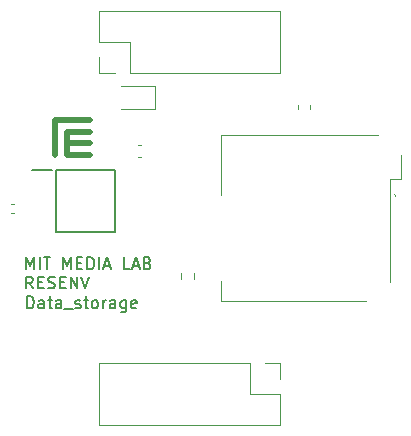
<source format=gbr>
%TF.GenerationSoftware,KiCad,Pcbnew,7.0.5*%
%TF.CreationDate,2023-06-02T12:32:42-04:00*%
%TF.ProjectId,DATA_STORAGE,44415441-5f53-4544-9f52-4147452e6b69,rev?*%
%TF.SameCoordinates,Original*%
%TF.FileFunction,Legend,Top*%
%TF.FilePolarity,Positive*%
%FSLAX46Y46*%
G04 Gerber Fmt 4.6, Leading zero omitted, Abs format (unit mm)*
G04 Created by KiCad (PCBNEW 7.0.5) date 2023-06-02 12:32:42*
%MOMM*%
%LPD*%
G01*
G04 APERTURE LIST*
%ADD10C,0.500000*%
%ADD11C,0.150000*%
%ADD12C,0.120000*%
%ADD13C,0.100000*%
%ADD14C,0.200000*%
G04 APERTURE END LIST*
D10*
X141730000Y-92778621D02*
X139730000Y-92778621D01*
X138730000Y-91778621D02*
X141730000Y-91778621D01*
X139730000Y-93778621D02*
X141730000Y-93778621D01*
X139730000Y-92778621D02*
X139730000Y-94778621D01*
X138730000Y-91778621D02*
X138730000Y-94778621D01*
X139730000Y-94778621D02*
X141730000Y-94778621D01*
D11*
X136386779Y-107738440D02*
X136386779Y-106738440D01*
X136386779Y-106738440D02*
X136624874Y-106738440D01*
X136624874Y-106738440D02*
X136767731Y-106786059D01*
X136767731Y-106786059D02*
X136862969Y-106881297D01*
X136862969Y-106881297D02*
X136910588Y-106976535D01*
X136910588Y-106976535D02*
X136958207Y-107167011D01*
X136958207Y-107167011D02*
X136958207Y-107309868D01*
X136958207Y-107309868D02*
X136910588Y-107500344D01*
X136910588Y-107500344D02*
X136862969Y-107595582D01*
X136862969Y-107595582D02*
X136767731Y-107690821D01*
X136767731Y-107690821D02*
X136624874Y-107738440D01*
X136624874Y-107738440D02*
X136386779Y-107738440D01*
X137815350Y-107738440D02*
X137815350Y-107214630D01*
X137815350Y-107214630D02*
X137767731Y-107119392D01*
X137767731Y-107119392D02*
X137672493Y-107071773D01*
X137672493Y-107071773D02*
X137482017Y-107071773D01*
X137482017Y-107071773D02*
X137386779Y-107119392D01*
X137815350Y-107690821D02*
X137720112Y-107738440D01*
X137720112Y-107738440D02*
X137482017Y-107738440D01*
X137482017Y-107738440D02*
X137386779Y-107690821D01*
X137386779Y-107690821D02*
X137339160Y-107595582D01*
X137339160Y-107595582D02*
X137339160Y-107500344D01*
X137339160Y-107500344D02*
X137386779Y-107405106D01*
X137386779Y-107405106D02*
X137482017Y-107357487D01*
X137482017Y-107357487D02*
X137720112Y-107357487D01*
X137720112Y-107357487D02*
X137815350Y-107309868D01*
X138148684Y-107071773D02*
X138529636Y-107071773D01*
X138291541Y-106738440D02*
X138291541Y-107595582D01*
X138291541Y-107595582D02*
X138339160Y-107690821D01*
X138339160Y-107690821D02*
X138434398Y-107738440D01*
X138434398Y-107738440D02*
X138529636Y-107738440D01*
X139291541Y-107738440D02*
X139291541Y-107214630D01*
X139291541Y-107214630D02*
X139243922Y-107119392D01*
X139243922Y-107119392D02*
X139148684Y-107071773D01*
X139148684Y-107071773D02*
X138958208Y-107071773D01*
X138958208Y-107071773D02*
X138862970Y-107119392D01*
X139291541Y-107690821D02*
X139196303Y-107738440D01*
X139196303Y-107738440D02*
X138958208Y-107738440D01*
X138958208Y-107738440D02*
X138862970Y-107690821D01*
X138862970Y-107690821D02*
X138815351Y-107595582D01*
X138815351Y-107595582D02*
X138815351Y-107500344D01*
X138815351Y-107500344D02*
X138862970Y-107405106D01*
X138862970Y-107405106D02*
X138958208Y-107357487D01*
X138958208Y-107357487D02*
X139196303Y-107357487D01*
X139196303Y-107357487D02*
X139291541Y-107309868D01*
X139529637Y-107833678D02*
X140291541Y-107833678D01*
X140482018Y-107690821D02*
X140577256Y-107738440D01*
X140577256Y-107738440D02*
X140767732Y-107738440D01*
X140767732Y-107738440D02*
X140862970Y-107690821D01*
X140862970Y-107690821D02*
X140910589Y-107595582D01*
X140910589Y-107595582D02*
X140910589Y-107547963D01*
X140910589Y-107547963D02*
X140862970Y-107452725D01*
X140862970Y-107452725D02*
X140767732Y-107405106D01*
X140767732Y-107405106D02*
X140624875Y-107405106D01*
X140624875Y-107405106D02*
X140529637Y-107357487D01*
X140529637Y-107357487D02*
X140482018Y-107262249D01*
X140482018Y-107262249D02*
X140482018Y-107214630D01*
X140482018Y-107214630D02*
X140529637Y-107119392D01*
X140529637Y-107119392D02*
X140624875Y-107071773D01*
X140624875Y-107071773D02*
X140767732Y-107071773D01*
X140767732Y-107071773D02*
X140862970Y-107119392D01*
X141196304Y-107071773D02*
X141577256Y-107071773D01*
X141339161Y-106738440D02*
X141339161Y-107595582D01*
X141339161Y-107595582D02*
X141386780Y-107690821D01*
X141386780Y-107690821D02*
X141482018Y-107738440D01*
X141482018Y-107738440D02*
X141577256Y-107738440D01*
X142053447Y-107738440D02*
X141958209Y-107690821D01*
X141958209Y-107690821D02*
X141910590Y-107643201D01*
X141910590Y-107643201D02*
X141862971Y-107547963D01*
X141862971Y-107547963D02*
X141862971Y-107262249D01*
X141862971Y-107262249D02*
X141910590Y-107167011D01*
X141910590Y-107167011D02*
X141958209Y-107119392D01*
X141958209Y-107119392D02*
X142053447Y-107071773D01*
X142053447Y-107071773D02*
X142196304Y-107071773D01*
X142196304Y-107071773D02*
X142291542Y-107119392D01*
X142291542Y-107119392D02*
X142339161Y-107167011D01*
X142339161Y-107167011D02*
X142386780Y-107262249D01*
X142386780Y-107262249D02*
X142386780Y-107547963D01*
X142386780Y-107547963D02*
X142339161Y-107643201D01*
X142339161Y-107643201D02*
X142291542Y-107690821D01*
X142291542Y-107690821D02*
X142196304Y-107738440D01*
X142196304Y-107738440D02*
X142053447Y-107738440D01*
X142815352Y-107738440D02*
X142815352Y-107071773D01*
X142815352Y-107262249D02*
X142862971Y-107167011D01*
X142862971Y-107167011D02*
X142910590Y-107119392D01*
X142910590Y-107119392D02*
X143005828Y-107071773D01*
X143005828Y-107071773D02*
X143101066Y-107071773D01*
X143862971Y-107738440D02*
X143862971Y-107214630D01*
X143862971Y-107214630D02*
X143815352Y-107119392D01*
X143815352Y-107119392D02*
X143720114Y-107071773D01*
X143720114Y-107071773D02*
X143529638Y-107071773D01*
X143529638Y-107071773D02*
X143434400Y-107119392D01*
X143862971Y-107690821D02*
X143767733Y-107738440D01*
X143767733Y-107738440D02*
X143529638Y-107738440D01*
X143529638Y-107738440D02*
X143434400Y-107690821D01*
X143434400Y-107690821D02*
X143386781Y-107595582D01*
X143386781Y-107595582D02*
X143386781Y-107500344D01*
X143386781Y-107500344D02*
X143434400Y-107405106D01*
X143434400Y-107405106D02*
X143529638Y-107357487D01*
X143529638Y-107357487D02*
X143767733Y-107357487D01*
X143767733Y-107357487D02*
X143862971Y-107309868D01*
X144767733Y-107071773D02*
X144767733Y-107881297D01*
X144767733Y-107881297D02*
X144720114Y-107976535D01*
X144720114Y-107976535D02*
X144672495Y-108024154D01*
X144672495Y-108024154D02*
X144577257Y-108071773D01*
X144577257Y-108071773D02*
X144434400Y-108071773D01*
X144434400Y-108071773D02*
X144339162Y-108024154D01*
X144767733Y-107690821D02*
X144672495Y-107738440D01*
X144672495Y-107738440D02*
X144482019Y-107738440D01*
X144482019Y-107738440D02*
X144386781Y-107690821D01*
X144386781Y-107690821D02*
X144339162Y-107643201D01*
X144339162Y-107643201D02*
X144291543Y-107547963D01*
X144291543Y-107547963D02*
X144291543Y-107262249D01*
X144291543Y-107262249D02*
X144339162Y-107167011D01*
X144339162Y-107167011D02*
X144386781Y-107119392D01*
X144386781Y-107119392D02*
X144482019Y-107071773D01*
X144482019Y-107071773D02*
X144672495Y-107071773D01*
X144672495Y-107071773D02*
X144767733Y-107119392D01*
X145624876Y-107690821D02*
X145529638Y-107738440D01*
X145529638Y-107738440D02*
X145339162Y-107738440D01*
X145339162Y-107738440D02*
X145243924Y-107690821D01*
X145243924Y-107690821D02*
X145196305Y-107595582D01*
X145196305Y-107595582D02*
X145196305Y-107214630D01*
X145196305Y-107214630D02*
X145243924Y-107119392D01*
X145243924Y-107119392D02*
X145339162Y-107071773D01*
X145339162Y-107071773D02*
X145529638Y-107071773D01*
X145529638Y-107071773D02*
X145624876Y-107119392D01*
X145624876Y-107119392D02*
X145672495Y-107214630D01*
X145672495Y-107214630D02*
X145672495Y-107309868D01*
X145672495Y-107309868D02*
X145196305Y-107405106D01*
X136306779Y-104438440D02*
X136306779Y-103438440D01*
X136306779Y-103438440D02*
X136640112Y-104152725D01*
X136640112Y-104152725D02*
X136973445Y-103438440D01*
X136973445Y-103438440D02*
X136973445Y-104438440D01*
X137449636Y-104438440D02*
X137449636Y-103438440D01*
X137782969Y-103438440D02*
X138354397Y-103438440D01*
X138068683Y-104438440D02*
X138068683Y-103438440D01*
X139449636Y-104438440D02*
X139449636Y-103438440D01*
X139449636Y-103438440D02*
X139782969Y-104152725D01*
X139782969Y-104152725D02*
X140116302Y-103438440D01*
X140116302Y-103438440D02*
X140116302Y-104438440D01*
X140592493Y-103914630D02*
X140925826Y-103914630D01*
X141068683Y-104438440D02*
X140592493Y-104438440D01*
X140592493Y-104438440D02*
X140592493Y-103438440D01*
X140592493Y-103438440D02*
X141068683Y-103438440D01*
X141497255Y-104438440D02*
X141497255Y-103438440D01*
X141497255Y-103438440D02*
X141735350Y-103438440D01*
X141735350Y-103438440D02*
X141878207Y-103486059D01*
X141878207Y-103486059D02*
X141973445Y-103581297D01*
X141973445Y-103581297D02*
X142021064Y-103676535D01*
X142021064Y-103676535D02*
X142068683Y-103867011D01*
X142068683Y-103867011D02*
X142068683Y-104009868D01*
X142068683Y-104009868D02*
X142021064Y-104200344D01*
X142021064Y-104200344D02*
X141973445Y-104295582D01*
X141973445Y-104295582D02*
X141878207Y-104390821D01*
X141878207Y-104390821D02*
X141735350Y-104438440D01*
X141735350Y-104438440D02*
X141497255Y-104438440D01*
X142497255Y-104438440D02*
X142497255Y-103438440D01*
X142925826Y-104152725D02*
X143402016Y-104152725D01*
X142830588Y-104438440D02*
X143163921Y-103438440D01*
X143163921Y-103438440D02*
X143497254Y-104438440D01*
X145068683Y-104438440D02*
X144592493Y-104438440D01*
X144592493Y-104438440D02*
X144592493Y-103438440D01*
X145354398Y-104152725D02*
X145830588Y-104152725D01*
X145259160Y-104438440D02*
X145592493Y-103438440D01*
X145592493Y-103438440D02*
X145925826Y-104438440D01*
X146592493Y-103914630D02*
X146735350Y-103962249D01*
X146735350Y-103962249D02*
X146782969Y-104009868D01*
X146782969Y-104009868D02*
X146830588Y-104105106D01*
X146830588Y-104105106D02*
X146830588Y-104247963D01*
X146830588Y-104247963D02*
X146782969Y-104343201D01*
X146782969Y-104343201D02*
X146735350Y-104390821D01*
X146735350Y-104390821D02*
X146640112Y-104438440D01*
X146640112Y-104438440D02*
X146259160Y-104438440D01*
X146259160Y-104438440D02*
X146259160Y-103438440D01*
X146259160Y-103438440D02*
X146592493Y-103438440D01*
X146592493Y-103438440D02*
X146687731Y-103486059D01*
X146687731Y-103486059D02*
X146735350Y-103533678D01*
X146735350Y-103533678D02*
X146782969Y-103628916D01*
X146782969Y-103628916D02*
X146782969Y-103724154D01*
X146782969Y-103724154D02*
X146735350Y-103819392D01*
X146735350Y-103819392D02*
X146687731Y-103867011D01*
X146687731Y-103867011D02*
X146592493Y-103914630D01*
X146592493Y-103914630D02*
X146259160Y-103914630D01*
X136878207Y-106048440D02*
X136544874Y-105572249D01*
X136306779Y-106048440D02*
X136306779Y-105048440D01*
X136306779Y-105048440D02*
X136687731Y-105048440D01*
X136687731Y-105048440D02*
X136782969Y-105096059D01*
X136782969Y-105096059D02*
X136830588Y-105143678D01*
X136830588Y-105143678D02*
X136878207Y-105238916D01*
X136878207Y-105238916D02*
X136878207Y-105381773D01*
X136878207Y-105381773D02*
X136830588Y-105477011D01*
X136830588Y-105477011D02*
X136782969Y-105524630D01*
X136782969Y-105524630D02*
X136687731Y-105572249D01*
X136687731Y-105572249D02*
X136306779Y-105572249D01*
X137306779Y-105524630D02*
X137640112Y-105524630D01*
X137782969Y-106048440D02*
X137306779Y-106048440D01*
X137306779Y-106048440D02*
X137306779Y-105048440D01*
X137306779Y-105048440D02*
X137782969Y-105048440D01*
X138163922Y-106000821D02*
X138306779Y-106048440D01*
X138306779Y-106048440D02*
X138544874Y-106048440D01*
X138544874Y-106048440D02*
X138640112Y-106000821D01*
X138640112Y-106000821D02*
X138687731Y-105953201D01*
X138687731Y-105953201D02*
X138735350Y-105857963D01*
X138735350Y-105857963D02*
X138735350Y-105762725D01*
X138735350Y-105762725D02*
X138687731Y-105667487D01*
X138687731Y-105667487D02*
X138640112Y-105619868D01*
X138640112Y-105619868D02*
X138544874Y-105572249D01*
X138544874Y-105572249D02*
X138354398Y-105524630D01*
X138354398Y-105524630D02*
X138259160Y-105477011D01*
X138259160Y-105477011D02*
X138211541Y-105429392D01*
X138211541Y-105429392D02*
X138163922Y-105334154D01*
X138163922Y-105334154D02*
X138163922Y-105238916D01*
X138163922Y-105238916D02*
X138211541Y-105143678D01*
X138211541Y-105143678D02*
X138259160Y-105096059D01*
X138259160Y-105096059D02*
X138354398Y-105048440D01*
X138354398Y-105048440D02*
X138592493Y-105048440D01*
X138592493Y-105048440D02*
X138735350Y-105096059D01*
X139163922Y-105524630D02*
X139497255Y-105524630D01*
X139640112Y-106048440D02*
X139163922Y-106048440D01*
X139163922Y-106048440D02*
X139163922Y-105048440D01*
X139163922Y-105048440D02*
X139640112Y-105048440D01*
X140068684Y-106048440D02*
X140068684Y-105048440D01*
X140068684Y-105048440D02*
X140640112Y-106048440D01*
X140640112Y-106048440D02*
X140640112Y-105048440D01*
X140973446Y-105048440D02*
X141306779Y-106048440D01*
X141306779Y-106048440D02*
X141640112Y-105048440D01*
D12*
%TO.C,C1*%
X147177500Y-90828621D02*
X147177500Y-88908621D01*
X147177500Y-88908621D02*
X144317500Y-88908621D01*
X144317500Y-90828621D02*
X147177500Y-90828621D01*
%TO.C,C2*%
X159310000Y-90824888D02*
X159310000Y-90532354D01*
X160330000Y-90824888D02*
X160330000Y-90532354D01*
%TO.C,R2*%
X135317621Y-99658621D02*
X134982379Y-99658621D01*
X135317621Y-98898621D02*
X134982379Y-98898621D01*
%TO.C,J1*%
X142480000Y-87795599D02*
X142480000Y-86465599D01*
X143810000Y-87795599D02*
X142480000Y-87795599D01*
X145080000Y-87795599D02*
X157840000Y-87795599D01*
X145080000Y-87795599D02*
X145080000Y-85195599D01*
X157840000Y-87795599D02*
X157840000Y-82595599D01*
X142480000Y-85195599D02*
X142480000Y-82595599D01*
X145080000Y-85195599D02*
X142480000Y-85195599D01*
X142480000Y-82595599D02*
X157840000Y-82595599D01*
D13*
%TO.C,J3*%
X166110000Y-93104610D02*
X152810000Y-93104610D01*
X152810000Y-93104610D02*
X152810000Y-98129610D01*
X168050000Y-94729610D02*
X168050000Y-96829610D01*
X168050000Y-96829610D02*
X167110000Y-96829610D01*
X167110000Y-96829610D02*
X167110000Y-105529610D01*
X167510000Y-98129610D02*
X167510000Y-98129610D01*
X167510000Y-98229610D02*
X167510000Y-98229610D01*
X152810000Y-105429610D02*
X152810000Y-107154610D01*
X152810000Y-107154610D02*
X165110000Y-107154610D01*
X167510000Y-98229610D02*
G75*
G03*
X167510000Y-98129610I0J50000D01*
G01*
X167510000Y-98129610D02*
G75*
G03*
X167510000Y-98229610I0J-50000D01*
G01*
D12*
%TO.C,R1*%
X150482500Y-104743897D02*
X150482500Y-105253345D01*
X149437500Y-104743897D02*
X149437500Y-105253345D01*
%TO.C,J2*%
X157840000Y-112413621D02*
X157840000Y-113743621D01*
X156510000Y-112413621D02*
X157840000Y-112413621D01*
X155240000Y-112413621D02*
X142480000Y-112413621D01*
X155240000Y-112413621D02*
X155240000Y-115013621D01*
X142480000Y-112413621D02*
X142480000Y-117613621D01*
X157840000Y-115013621D02*
X157840000Y-117613621D01*
X155240000Y-115013621D02*
X157840000Y-115013621D01*
X157840000Y-117613621D02*
X142480000Y-117613621D01*
%TO.C,C3*%
X146038767Y-94968621D02*
X145746233Y-94968621D01*
X146038767Y-93948621D02*
X145746233Y-93948621D01*
D14*
%TO.C,IC1*%
X136835000Y-96073621D02*
X138485000Y-96073621D01*
X138835000Y-96038621D02*
X143835000Y-96038621D01*
X138835000Y-101268621D02*
X138835000Y-96038621D01*
X143835000Y-96038621D02*
X143835000Y-101268621D01*
X143835000Y-101268621D02*
X138835000Y-101268621D01*
%TD*%
M02*

</source>
